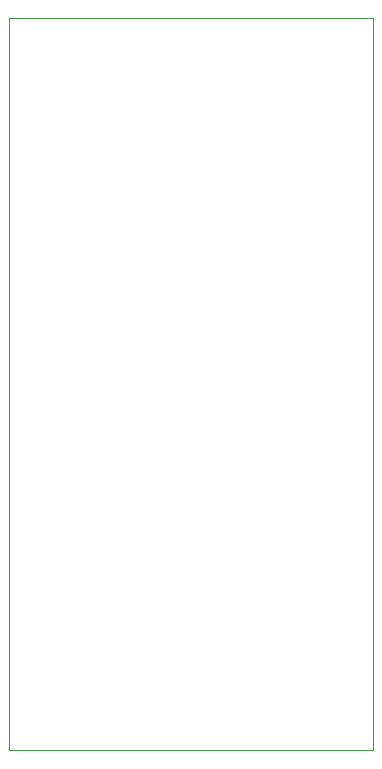
<source format=gbr>
%TF.GenerationSoftware,KiCad,Pcbnew,8.0.3*%
%TF.CreationDate,2024-12-28T15:57:08-05:00*%
%TF.ProjectId,mcu-board v2,6d63752d-626f-4617-9264-2076322e6b69,rev?*%
%TF.SameCoordinates,Original*%
%TF.FileFunction,Profile,NP*%
%FSLAX46Y46*%
G04 Gerber Fmt 4.6, Leading zero omitted, Abs format (unit mm)*
G04 Created by KiCad (PCBNEW 8.0.3) date 2024-12-28 15:57:08*
%MOMM*%
%LPD*%
G01*
G04 APERTURE LIST*
%TA.AperFunction,Profile*%
%ADD10C,0.050000*%
%TD*%
G04 APERTURE END LIST*
D10*
X90500000Y-42500000D02*
X121250000Y-42500000D01*
X121250000Y-104500000D01*
X90500000Y-104500000D01*
X90500000Y-42500000D01*
M02*

</source>
